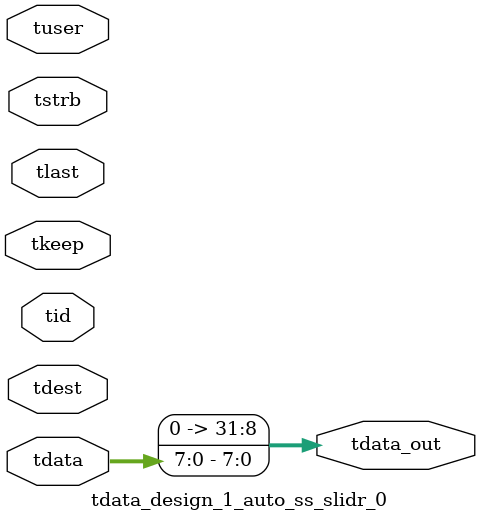
<source format=v>


`timescale 1ps/1ps

module tdata_design_1_auto_ss_slidr_0 #
(
parameter C_S_AXIS_TDATA_WIDTH = 32,
parameter C_S_AXIS_TUSER_WIDTH = 0,
parameter C_S_AXIS_TID_WIDTH   = 0,
parameter C_S_AXIS_TDEST_WIDTH = 0,
parameter C_M_AXIS_TDATA_WIDTH = 32
)
(
input  [(C_S_AXIS_TDATA_WIDTH == 0 ? 1 : C_S_AXIS_TDATA_WIDTH)-1:0     ] tdata,
input  [(C_S_AXIS_TUSER_WIDTH == 0 ? 1 : C_S_AXIS_TUSER_WIDTH)-1:0     ] tuser,
input  [(C_S_AXIS_TID_WIDTH   == 0 ? 1 : C_S_AXIS_TID_WIDTH)-1:0       ] tid,
input  [(C_S_AXIS_TDEST_WIDTH == 0 ? 1 : C_S_AXIS_TDEST_WIDTH)-1:0     ] tdest,
input  [(C_S_AXIS_TDATA_WIDTH/8)-1:0 ] tkeep,
input  [(C_S_AXIS_TDATA_WIDTH/8)-1:0 ] tstrb,
input                                                                    tlast,
output [C_M_AXIS_TDATA_WIDTH-1:0] tdata_out
);

assign tdata_out = {tdata[7:0]};

endmodule


</source>
